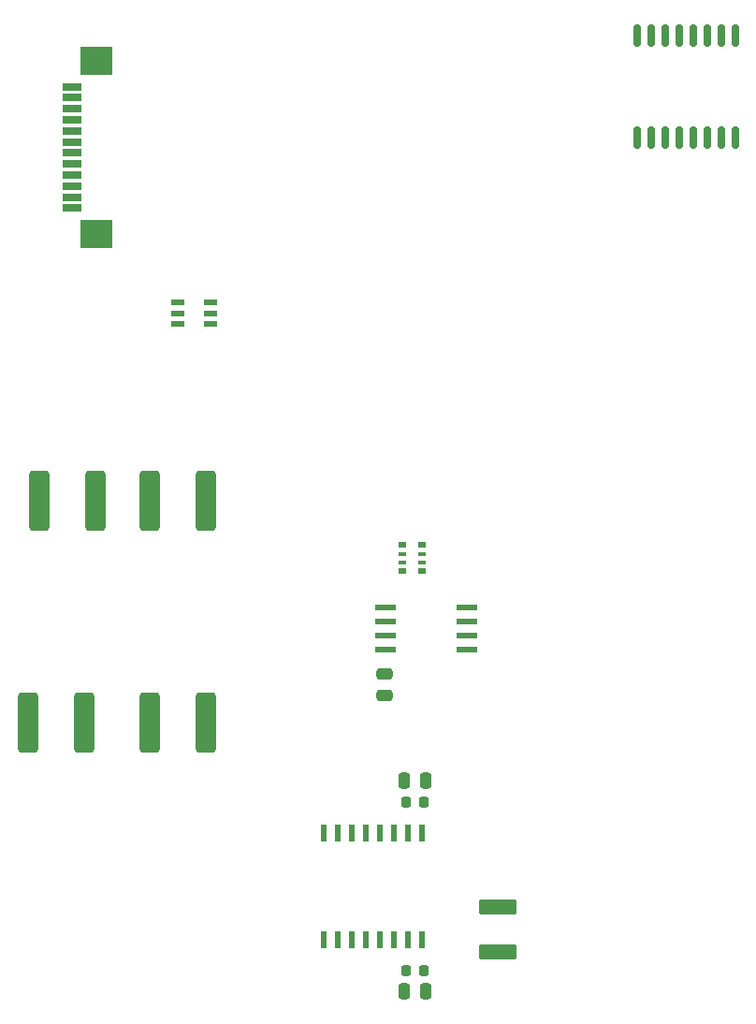
<source format=gbr>
%TF.GenerationSoftware,KiCad,Pcbnew,9.0.1*%
%TF.CreationDate,2025-04-28T14:14:31+03:00*%
%TF.ProjectId,PM_CPU-RP,504d5f43-5055-42d5-9250-2e6b69636164,rev?*%
%TF.SameCoordinates,Original*%
%TF.FileFunction,Paste,Top*%
%TF.FilePolarity,Positive*%
%FSLAX46Y46*%
G04 Gerber Fmt 4.6, Leading zero omitted, Abs format (unit mm)*
G04 Created by KiCad (PCBNEW 9.0.1) date 2025-04-28 14:14:31*
%MOMM*%
%LPD*%
G01*
G04 APERTURE LIST*
G04 Aperture macros list*
%AMRoundRect*
0 Rectangle with rounded corners*
0 $1 Rounding radius*
0 $2 $3 $4 $5 $6 $7 $8 $9 X,Y pos of 4 corners*
0 Add a 4 corners polygon primitive as box body*
4,1,4,$2,$3,$4,$5,$6,$7,$8,$9,$2,$3,0*
0 Add four circle primitives for the rounded corners*
1,1,$1+$1,$2,$3*
1,1,$1+$1,$4,$5*
1,1,$1+$1,$6,$7*
1,1,$1+$1,$8,$9*
0 Add four rect primitives between the rounded corners*
20,1,$1+$1,$2,$3,$4,$5,0*
20,1,$1+$1,$4,$5,$6,$7,0*
20,1,$1+$1,$6,$7,$8,$9,0*
20,1,$1+$1,$8,$9,$2,$3,0*%
G04 Aperture macros list end*
%ADD10R,0.800000X0.500000*%
%ADD11R,0.800000X0.400000*%
%ADD12RoundRect,0.250000X-0.475000X0.250000X-0.475000X-0.250000X0.475000X-0.250000X0.475000X0.250000X0*%
%ADD13R,1.181100X0.558800*%
%ADD14RoundRect,0.250000X-0.650000X-2.450000X0.650000X-2.450000X0.650000X2.450000X-0.650000X2.450000X0*%
%ADD15R,0.482600X1.549400*%
%ADD16R,1.803400X0.635000*%
%ADD17R,2.997200X2.590800*%
%ADD18RoundRect,0.250000X0.250000X0.475000X-0.250000X0.475000X-0.250000X-0.475000X0.250000X-0.475000X0*%
%ADD19RoundRect,0.225000X0.225000X0.250000X-0.225000X0.250000X-0.225000X-0.250000X0.225000X-0.250000X0*%
%ADD20R,1.828800X0.533400*%
%ADD21RoundRect,0.150000X-0.150000X0.875000X-0.150000X-0.875000X0.150000X-0.875000X0.150000X0.875000X0*%
%ADD22RoundRect,0.249999X1.450001X-0.450001X1.450001X0.450001X-1.450001X0.450001X-1.450001X-0.450001X0*%
G04 APERTURE END LIST*
D10*
%TO.C,RN2*%
X-3670000Y-8350000D03*
D11*
X-3670000Y-7550000D03*
X-3670000Y-6750000D03*
D10*
X-3670000Y-5950000D03*
X-1870000Y-5950000D03*
D11*
X-1870000Y-6750000D03*
X-1870000Y-7550000D03*
D10*
X-1870000Y-8350000D03*
%TD*%
D12*
%TO.C,C4*%
X-5310000Y-17630000D03*
X-5310000Y-19530000D03*
%TD*%
D13*
%TO.C,U7*%
X-21033150Y14049999D03*
X-21033150Y15000000D03*
X-21033150Y15950001D03*
X-23966850Y15950001D03*
X-23966850Y15000000D03*
X-23966850Y14049999D03*
%TD*%
D14*
%TO.C,C3*%
X-36550000Y-2000000D03*
X-31450000Y-2000000D03*
%TD*%
%TO.C,C6*%
X-26550000Y-2000000D03*
X-21450000Y-2000000D03*
%TD*%
D15*
%TO.C,U4*%
X-1905000Y-32004000D03*
X-3175000Y-32004000D03*
X-4445000Y-32004000D03*
X-5715000Y-32004000D03*
X-6985000Y-32004000D03*
X-8255000Y-32004000D03*
X-9525000Y-32004000D03*
X-10795000Y-32004000D03*
X-10795000Y-41656000D03*
X-9525000Y-41656000D03*
X-8255000Y-41656000D03*
X-6985000Y-41656000D03*
X-5715000Y-41656000D03*
X-4445000Y-41656000D03*
X-3175000Y-41656000D03*
X-1905000Y-41656000D03*
%TD*%
D16*
%TO.C,J7*%
X-33556000Y24500008D03*
X-33556000Y25500006D03*
X-33556000Y26500004D03*
X-33556000Y27500002D03*
X-33556000Y28500000D03*
X-33556000Y29500000D03*
X-33556000Y30500000D03*
X-33556000Y31500000D03*
X-33556000Y32499998D03*
X-33556000Y33499996D03*
X-33556000Y34499994D03*
X-33556000Y35499992D03*
D17*
X-31385999Y22149997D03*
X-31385999Y37850003D03*
%TD*%
D18*
%TO.C,C10*%
X-1590000Y-46355000D03*
X-3490000Y-46355000D03*
%TD*%
%TO.C,C12*%
X-1590000Y-27305000D03*
X-3490000Y-27305000D03*
%TD*%
D19*
%TO.C,C9*%
X-1765000Y-44450000D03*
X-3315000Y-44450000D03*
%TD*%
D14*
%TO.C,C5*%
X-26550000Y-22000000D03*
X-21450000Y-22000000D03*
%TD*%
D20*
%TO.C,U3*%
X2195700Y-15405000D03*
X2195700Y-14135000D03*
X2195700Y-12865000D03*
X2195700Y-11595000D03*
X-5195700Y-11595000D03*
X-5195700Y-12865000D03*
X-5195700Y-14135000D03*
X-5195700Y-15405000D03*
%TD*%
D14*
%TO.C,C2*%
X-37550000Y-22000000D03*
X-32450000Y-22000000D03*
%TD*%
D21*
%TO.C,U6*%
X26445000Y40150000D03*
X25175000Y40150000D03*
X23905000Y40150000D03*
X22635000Y40150000D03*
X21365000Y40150000D03*
X20095000Y40150000D03*
X18825000Y40150000D03*
X17555000Y40150000D03*
X17555000Y30850000D03*
X18825000Y30850000D03*
X20095000Y30850000D03*
X21365000Y30850000D03*
X22635000Y30850000D03*
X23905000Y30850000D03*
X25175000Y30850000D03*
X26445000Y30850000D03*
%TD*%
D19*
%TO.C,C11*%
X-1765000Y-29210000D03*
X-3315000Y-29210000D03*
%TD*%
D22*
%TO.C,C1*%
X5000000Y-42800000D03*
X5000000Y-38700000D03*
%TD*%
M02*

</source>
